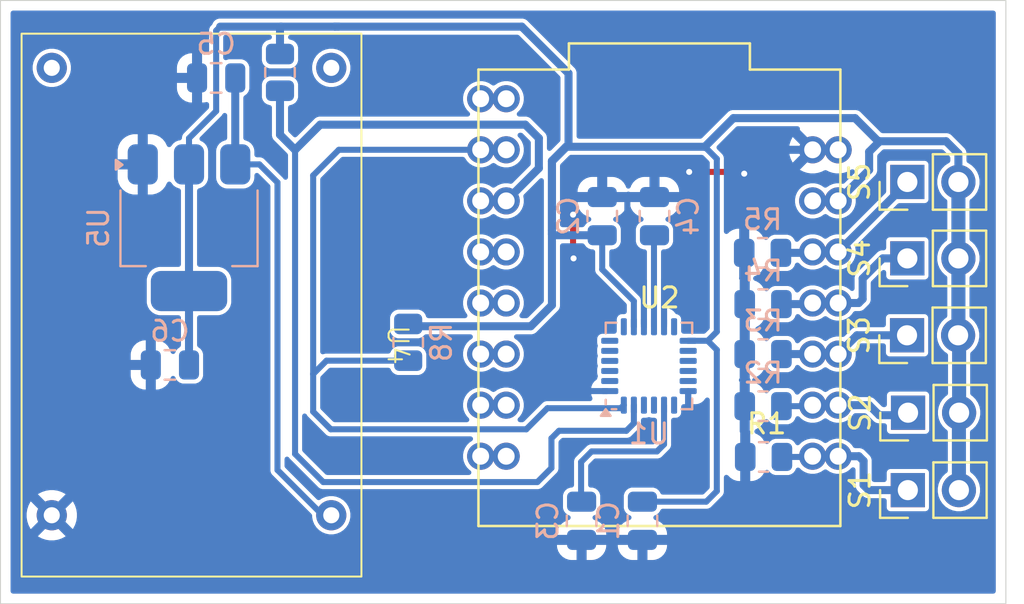
<source format=kicad_pcb>
(kicad_pcb (version 20241229) (generator "pcbnew") (generator_version "9.0")
  (layers (0 "F.Cu" signal) (2 "B.Cu" signal) (13 "F.Paste" user) (15 "B.Paste" user) (5 "F.SilkS" user "F.Silkscreen") (7 "B.SilkS" user "B.Silkscreen") (1 "F.Mask" user) (3 "B.Mask" user) (25 "Edge.Cuts" user))
  (net 0 "")
  (net 1 "GND")
  (net 2 "+3.3V")
  (net 3 "/A0")
  (net 4 "/A1")
  (net 5 "/A2")
  (net 6 "/A3")
  (net 11 "/A4")
  (net 12 "Net-(U1-CPOUT)")
  (net 19 "Net-(U1-REGOUT)")
  (net 25 "/SDA")
  (net 26 "/SCL")
  (net 34 "Net-(U4-+OUT)")
  (footprint "Connector_PinHeader_2.54mm:PinHeader_1x02_P2.54mm_Vertical" (layer "F.Cu") (at 83.625 28.075 90)
    (property "Reference" "S5" (at 0 -2.38 90) (layer "F.SilkS"))
    (property "Value" "SF 5")
    (fp_line (start -1.38 -1.38) (end 0 -1.38) (stroke (width 0.12)) (layer "F.SilkS"))
    (fp_line (start -1.38 0) (end -1.38 -1.38) (stroke (width 0.12)) (layer "F.SilkS"))
    (fp_line (start 1.38 1.27) (end 1.38 3.92) (stroke (width 0.12)) (layer "F.SilkS"))
    (fp_line (start -1.38 1.27) (end 1.38 1.27) (stroke (width 0.12)) (layer "F.SilkS"))
    (fp_line (start -1.38 1.27) (end -1.38 3.92) (stroke (width 0.12)) (layer "F.SilkS"))
    (fp_line (start -1.38 3.92) (end 1.38 3.92) (stroke (width 0.12)) (layer "F.SilkS"))
    (pad "1" thru_hole rect (at 0 0 90) (size 1.7 1.7) (drill 1) (layers "*.Cu" "*.Mask") (net 11 "/A4"))
    (pad "2" thru_hole circle (at 0 2.54 90) (size 1.7 1.7) (drill 1) (layers "*.Cu" "*.Mask") (net 2 "+3.3V"))
  )
  (footprint "Connector_PinHeader_2.54mm:PinHeader_1x02_P2.54mm_Vertical" (layer "F.Cu") (at 83.65 43.4 90)
    (property "Reference" "S1" (at 0 -2.38 90) (layer "F.SilkS"))
    (property "Value" "SF 1")
    (fp_line (start -1.38 -1.38) (end 0 -1.38) (stroke (width 0.12)) (layer "F.SilkS"))
    (fp_line (start -1.38 0) (end -1.38 -1.38) (stroke (width 0.12)) (layer "F.SilkS"))
    (fp_line (start 1.38 1.27) (end 1.38 3.92) (stroke (width 0.12)) (layer "F.SilkS"))
    (fp_line (start -1.38 1.27) (end 1.38 1.27) (stroke (width 0.12)) (layer "F.SilkS"))
    (fp_line (start -1.38 1.27) (end -1.38 3.92) (stroke (width 0.12)) (layer "F.SilkS"))
    (fp_line (start -1.38 3.92) (end 1.38 3.92) (stroke (width 0.12)) (layer "F.SilkS"))
    (pad "1" thru_hole rect (at 0 0 90) (size 1.7 1.7) (drill 1) (layers "*.Cu" "*.Mask") (net 3 "/A0"))
    (pad "2" thru_hole circle (at 0 2.54 90) (size 1.7 1.7) (drill 1) (layers "*.Cu" "*.Mask") (net 2 "+3.3V"))
  )
  (footprint "Connector_PinHeader_2.54mm:PinHeader_1x02_P2.54mm_Vertical" (layer "F.Cu") (at 83.625 31.875 90)
    (property "Reference" "S4" (at 0 -2.38 90) (layer "F.SilkS"))
    (property "Value" "SF 4")
    (fp_line (start -1.38 -1.38) (end 0 -1.38) (stroke (width 0.12)) (layer "F.SilkS"))
    (fp_line (start -1.38 0) (end -1.38 -1.38) (stroke (width 0.12)) (layer "F.SilkS"))
    (fp_line (start 1.38 1.27) (end 1.38 3.92) (stroke (width 0.12)) (layer "F.SilkS"))
    (fp_line (start -1.38 1.27) (end 1.38 1.27) (stroke (width 0.12)) (layer "F.SilkS"))
    (fp_line (start -1.38 1.27) (end -1.38 3.92) (stroke (width 0.12)) (layer "F.SilkS"))
    (fp_line (start -1.38 3.92) (end 1.38 3.92) (stroke (width 0.12)) (layer "F.SilkS"))
    (pad "1" thru_hole rect (at 0 0 90) (size 1.7 1.7) (drill 1) (layers "*.Cu" "*.Mask") (net 6 "/A3"))
    (pad "2" thru_hole circle (at 0 2.54 90) (size 1.7 1.7) (drill 1) (layers "*.Cu" "*.Mask") (net 2 "+3.3V"))
  )
  (footprint "Connector_PinHeader_2.54mm:PinHeader_1x02_P2.54mm_Vertical" (layer "F.Cu") (at 83.61 35.7 90)
    (property "Reference" "S3" (at 0 -2.38 90) (layer "F.SilkS"))
    (property "Value" "SF 3")
    (fp_line (start -1.38 -1.38) (end 0 -1.38) (stroke (width 0.12)) (layer "F.SilkS"))
    (fp_line (start -1.38 0) (end -1.38 -1.38) (stroke (width 0.12)) (layer "F.SilkS"))
    (fp_line (start 1.38 1.27) (end 1.38 3.92) (stroke (width 0.12)) (layer "F.SilkS"))
    (fp_line (start -1.38 1.27) (end 1.38 1.27) (stroke (width 0.12)) (layer "F.SilkS"))
    (fp_line (start -1.38 1.27) (end -1.38 3.92) (stroke (width 0.12)) (layer "F.SilkS"))
    (fp_line (start -1.38 3.92) (end 1.38 3.92) (stroke (width 0.12)) (layer "F.SilkS"))
    (pad "1" thru_hole rect (at 0 0 90) (size 1.7 1.7) (drill 1) (layers "*.Cu" "*.Mask") (net 5 "/A2"))
    (pad "2" thru_hole circle (at 0 2.54 90) (size 1.7 1.7) (drill 1) (layers "*.Cu" "*.Mask") (net 2 "+3.3V"))
  )
  (footprint "Connector_PinHeader_2.54mm:PinHeader_1x02_P2.54mm_Vertical" (layer "F.Cu") (at 83.66 39.55 90)
    (property "Reference" "S2" (at 0 -2.38 90) (layer "F.SilkS"))
    (property "Value" "SF 2")
    (fp_line (start -1.38 -1.38) (end 0 -1.38) (stroke (width 0.12)) (layer "F.SilkS"))
    (fp_line (start -1.38 0) (end -1.38 -1.38) (stroke (width 0.12)) (layer "F.SilkS"))
    (fp_line (start 1.38 1.27) (end 1.38 3.92) (stroke (width 0.12)) (layer "F.SilkS"))
    (fp_line (start -1.38 1.27) (end 1.38 1.27) (stroke (width 0.12)) (layer "F.SilkS"))
    (fp_line (start -1.38 1.27) (end -1.38 3.92) (stroke (width 0.12)) (layer "F.SilkS"))
    (fp_line (start -1.38 3.92) (end 1.38 3.92) (stroke (width 0.12)) (layer "F.SilkS"))
    (pad "1" thru_hole rect (at 0 0 90) (size 1.7 1.7) (drill 1) (layers "*.Cu" "*.Mask") (net 4 "/A1"))
    (pad "2" thru_hole circle (at 0 2.54 90) (size 1.7 1.7) (drill 1) (layers "*.Cu" "*.Mask") (net 2 "+3.3V"))
  )
  (footprint "esp32-huella:MODULE_ESP32-C3_SUPERMINI_TH" (layer "F.Cu") (at 71.295 33.835)
    (property "Reference" "U2" (at 0 0 0) (layer "F.SilkS"))
    (property "Value" "ESP32-C3_SUPERMINI_TH")
    (fp_line (start -9 11.35) (end -9 -11.35) (stroke (width 0.127)) (layer "F.SilkS"))
    (fp_line (start -4.5 -12.65) (end -4.5 -11.35) (stroke (width 0.127)) (layer "F.SilkS"))
    (fp_line (start -4.5 -11.35) (end -9 -11.35) (stroke (width 0.127)) (layer "F.SilkS"))
    (fp_line (start 4.5 -12.65) (end -4.5 -12.65) (stroke (width 0.127)) (layer "F.SilkS"))
    (fp_line (start 4.5 -12.65) (end 4.5 -11.35) (stroke (width 0.127)) (layer "F.SilkS"))
    (fp_line (start 9 -11.35) (end 4.5 -11.35) (stroke (width 0.127)) (layer "F.SilkS"))
    (fp_line (start 9 11.35) (end -9 11.35) (stroke (width 0.127)) (layer "F.SilkS"))
    (fp_line (start 9 11.35) (end 9 -11.35) (stroke (width 0.127)) (layer "F.SilkS"))
    (pad "0" thru_hole circle (at 7.62 7.88) (size 1.348 1.348) (drill 0.84) (layers "*.Cu" "*.Mask") (net 3 "/A0"))
    (pad "0" thru_hole circle (at 8.89 7.88) (size 1.348 1.348) (drill 0.84) (layers "*.Cu" "*.Mask") (net 3 "/A0"))
    (pad "1" thru_hole circle (at 7.62 5.34) (size 1.348 1.348) (drill 0.84) (layers "*.Cu" "*.Mask") (net 4 "/A1"))
    (pad "1" thru_hole circle (at 8.89 5.34) (size 1.348 1.348) (drill 0.84) (layers "*.Cu" "*.Mask") (net 4 "/A1"))
    (pad "2" thru_hole circle (at 7.62 2.8) (size 1.348 1.348) (drill 0.84) (layers "*.Cu" "*.Mask") (net 5 "/A2"))
    (pad "2" thru_hole circle (at 8.89 2.8) (size 1.348 1.348) (drill 0.84) (layers "*.Cu" "*.Mask") (net 5 "/A2"))
    (pad "3" thru_hole circle (at 7.62 0.26) (size 1.348 1.348) (drill 0.84) (layers "*.Cu" "*.Mask") (net 6 "/A3"))
    (pad "3" thru_hole circle (at 8.89 0.26) (size 1.348 1.348) (drill 0.84) (layers "*.Cu" "*.Mask") (net 6 "/A3"))
    (pad "3.3" thru_hole circle (at 7.62 -4.82) (size 1.348 1.348) (drill 0.84) (layers "*.Cu" "*.Mask") (net 2 "+3.3V"))
    (pad "3.3" thru_hole circle (at 8.89 -4.82) (size 1.348 1.348) (drill 0.84) (layers "*.Cu" "*.Mask") (net 2 "+3.3V"))
    (pad "4" thru_hole circle (at 7.62 -2.28) (size 1.348 1.348) (drill 0.84) (layers "*.Cu" "*.Mask") (net 11 "/A4"))
    (pad "4" thru_hole circle (at 8.89 -2.28) (size 1.348 1.348) (drill 0.84) (layers "*.Cu" "*.Mask") (net 11 "/A4"))
    (pad "5" thru_hole circle (at -8.89 -9.9) (size 1.348 1.348) (drill 0.84) (layers "*.Cu" "*.Mask"))
    (pad "5" thru_hole circle (at -7.62 -9.9) (size 1.348 1.348) (drill 0.84) (layers "*.Cu" "*.Mask"))
    (pad "6" thru_hole circle (at -8.89 -7.36) (size 1.348 1.348) (drill 0.84) (layers "*.Cu" "*.Mask") (net 25 "/SDA"))
    (pad "6" thru_hole circle (at -7.62 -7.36) (size 1.348 1.348) (drill 0.84) (layers "*.Cu" "*.Mask") (net 25 "/SDA"))
    (pad "7" thru_hole circle (at -8.89 -4.82) (size 1.348 1.348) (drill 0.84) (layers "*.Cu" "*.Mask") (net 26 "/SCL"))
    (pad "7" thru_hole circle (at -7.62 -4.82) (size 1.348 1.348) (drill 0.84) (layers "*.Cu" "*.Mask") (net 26 "/SCL"))
    (pad "8" thru_hole circle (at -8.89 -2.28) (size 1.348 1.348) (drill 0.84) (layers "*.Cu" "*.Mask"))
    (pad "8" thru_hole circle (at -7.62 -2.28) (size 1.348 1.348) (drill 0.84) (layers "*.Cu" "*.Mask"))
    (pad "9" thru_hole circle (at -8.89 0.26) (size 1.348 1.348) (drill 0.84) (layers "*.Cu" "*.Mask"))
    (pad "9" thru_hole circle (at -7.62 0.26) (size 1.348 1.348) (drill 0.84) (layers "*.Cu" "*.Mask"))
    (pad "10" thru_hole circle (at -8.89 2.8) (size 1.348 1.348) (drill 0.84) (layers "*.Cu" "*.Mask"))
    (pad "10" thru_hole circle (at -7.62 2.8) (size 1.348 1.348) (drill 0.84) (layers "*.Cu" "*.Mask"))
    (pad "20" thru_hole circle (at -8.89 5.34) (size 1.348 1.348) (drill 0.84) (layers "*.Cu" "*.Mask"))
    (pad "20" thru_hole circle (at -7.62 5.34) (size 1.348 1.348) (drill 0.84) (layers "*.Cu" "*.Mask"))
    (pad "21" thru_hole circle (at -8.89 7.88) (size 1.348 1.348) (drill 0.84) (layers "*.Cu" "*.Mask"))
    (pad "21" thru_hole circle (at -7.62 7.88) (size 1.348 1.348) (drill 0.84) (layers "*.Cu" "*.Mask"))
    (pad "G" thru_hole circle (at 7.62 -7.36) (size 1.348 1.348) (drill 0.84) (layers "*.Cu" "*.Mask") (net 1 "GND"))
    (pad "G" thru_hole circle (at 8.89 -7.36) (size 1.348 1.348) (drill 0.84) (layers "*.Cu" "*.Mask") (net 1 "GND"))
  )
  (footprint "Footprint KiCad:TP4056_NEW" (layer "F.Cu") (at 57.125 19.8 -90)
    (property "Reference" "U4" (at 16.38 -1.1575 270) (layer "F.SilkS") (effects (font (thickness 0.1))))
    (property "Value" "~" (hide yes))
    (fp_rect (start 0.9 0.65) (end 27.9 17.55) (stroke (width 0.1)) (fill no) (layer "F.SilkS"))
    (pad "1" thru_hole circle (at 2.6 2.15 180) (size 1.5 1.5) (drill 0.8) (layers "*.Cu" "*.Mask"))
    (pad "2" thru_hole circle (at 2.6 16.05 180) (size 1.5 1.5) (drill 0.8) (layers "*.Cu" "*.Mask"))
    (pad "3" thru_hole circle (at 24.85 2.15 180) (size 1.5 1.5) (drill 0.8) (layers "*.Cu" "*.Mask") (net 34 "Net-(U4-+OUT)"))
    (pad "4" thru_hole circle (at 24.85 16.05 180) (size 1.5 1.5) (drill 0.8) (layers "*.Cu" "*.Mask") (net 1 "GND"))
  )
  (footprint "Resistor_SMD:R_0805_2012Metric" (layer "B.Cu") (at 76.475 41.75 180)
    (property "Reference" "R1" (at -0.1562 1.65 0) (layer "F.SilkS"))
    (property "Value" "10k")
    (fp_line (start -0.227064 0.735) (end 0.227064 0.735) (stroke (width 0.12)) (layer "B.SilkS"))
    (fp_line (start -0.227064 -0.735) (end 0.227064 -0.735) (stroke (width 0.12)) (layer "B.SilkS"))
    (pad "1" smd roundrect (at -0.9125 0 180) (size 1.025 1.4) (layers "B.Cu" "B.Mask" "B.Paste") (roundrect_rratio 0.243902) (net 3 "/A0"))
    (pad "2" smd roundrect (at 0.9125 0 180) (size 1.025 1.4) (layers "B.Cu" "B.Mask" "B.Paste") (roundrect_rratio 0.243902) (net 1 "GND"))
  )
  (footprint "Resistor_SMD:R_0805_2012Metric" (layer "B.Cu") (at 58.8 36.05 90)
    (property "Reference" "R8" (at 0 1.65 90) (layer "B.SilkS") (effects (justify mirror)))
    (property "Value" "4k7")
    (fp_line (start -0.227064 -0.735) (end 0.227064 -0.735) (stroke (width 0.12)) (layer "B.SilkS"))
    (fp_line (start -0.227064 0.735) (end 0.227064 0.735) (stroke (width 0.12)) (layer "B.SilkS"))
    (pad "1" smd roundrect (at -0.9125 0 90) (size 1.025 1.4) (layers "B.Cu" "B.Mask" "B.Paste") (roundrect_rratio 0.243902) (net 25 "/SDA"))
    (pad "2" smd roundrect (at 0.9125 0 90) (size 1.025 1.4) (layers "B.Cu" "B.Mask" "B.Paste") (roundrect_rratio 0.243902) (net 2 "+3.3V"))
  )
  (footprint "Resistor_SMD:R_0805_2012Metric" (layer "B.Cu") (at 76.45 34.15 180)
    (property "Reference" "R4" (at 0 1.65 0) (layer "B.SilkS") (effects (justify mirror)))
    (property "Value" "10k")
    (fp_line (start -0.227064 0.735) (end 0.227064 0.735) (stroke (width 0.12)) (layer "B.SilkS"))
    (fp_line (start -0.227064 -0.735) (end 0.227064 -0.735) (stroke (width 0.12)) (layer "B.SilkS"))
    (pad "1" smd roundrect (at -0.9125 0 180) (size 1.025 1.4) (layers "B.Cu" "B.Mask" "B.Paste") (roundrect_rratio 0.243902) (net 6 "/A3"))
    (pad "2" smd roundrect (at 0.9125 0 180) (size 1.025 1.4) (layers "B.Cu" "B.Mask" "B.Paste") (roundrect_rratio 0.243902) (net 1 "GND"))
  )
  (footprint "Capacitor_SMD:C_0805_2012Metric" (layer "B.Cu") (at 49.25 22.9 180)
    (property "Reference" "C5" (at 0 1.68 0) (layer "B.SilkS") (effects (justify mirror)))
    (property "Value" "100nF")
    (fp_line (start -0.261252 0.735) (end 0.261252 0.735) (stroke (width 0.12)) (layer "B.SilkS"))
    (fp_line (start -0.261252 -0.735) (end 0.261252 -0.735) (stroke (width 0.12)) (layer "B.SilkS"))
    (pad "1" smd roundrect (at -0.95 0 180) (size 1 1.45) (layers "B.Cu" "B.Mask" "B.Paste") (net 34 "Net-(U4-+OUT)"))
    (pad "2" smd roundrect (at 0.95 0 180) (size 1 1.45) (layers "B.Cu" "B.Mask" "B.Paste") (net 1 "GND"))
  )
  (footprint "Capacitor_SMD:C_0805_2012Metric" (layer "B.Cu") (at 70.45 44.925 -90)
    (property "Reference" "C1" (at 0 1.68 90) (layer "B.SilkS") (effects (justify mirror)))
    (property "Value" "100 nF")
    (fp_line (start -0.261252 0.735) (end 0.261252 0.735) (stroke (width 0.12)) (layer "B.SilkS"))
    (fp_line (start -0.261252 -0.735) (end 0.261252 -0.735) (stroke (width 0.12)) (layer "B.SilkS"))
    (pad "1" smd roundrect (at -0.95 0 270) (size 1 1.45) (layers "B.Cu" "B.Mask" "B.Paste") (net 2 "+3.3V"))
    (pad "2" smd roundrect (at 0.95 0 270) (size 1 1.45) (layers "B.Cu" "B.Mask" "B.Paste") (net 1 "GND"))
  )
  (footprint "Capacitor_SMD:C_0805_2012Metric" (layer "B.Cu") (at 67.425 44.925 -90)
    (property "Reference" "C3" (at 0 1.68 90) (layer "B.SilkS") (effects (justify mirror)))
    (property "Value" "2.2 nF")
    (fp_line (start -0.261252 0.735) (end 0.261252 0.735) (stroke (width 0.12)) (layer "B.SilkS"))
    (fp_line (start -0.261252 -0.735) (end 0.261252 -0.735) (stroke (width 0.12)) (layer "B.SilkS"))
    (pad "1" smd roundrect (at -0.95 0 270) (size 1 1.45) (layers "B.Cu" "B.Mask" "B.Paste") (net 12 "Net-(U1-CPOUT)"))
    (pad "2" smd roundrect (at 0.95 0 270) (size 1 1.45) (layers "B.Cu" "B.Mask" "B.Paste") (net 1 "GND"))
  )
  (footprint "Resistor_SMD:R_0805_2012Metric" (layer "B.Cu") (at 52.425 22.625 90)
    (property "Reference" "R9" (hide yes))
    (property "Value" "4k7")
    (fp_line (start -0.227064 -0.735) (end 0.227064 -0.735) (stroke (width 0.12)) (layer "B.SilkS"))
    (fp_line (start -0.227064 0.735) (end 0.227064 0.735) (stroke (width 0.12)) (layer "B.SilkS"))
    (pad "1" smd roundrect (at -0.9125 0 90) (size 1.025 1.4) (layers "B.Cu" "B.Mask" "B.Paste") (roundrect_rratio 0.243902) (net 26 "/SCL"))
    (pad "2" smd roundrect (at 0.9125 0 90) (size 1.025 1.4) (layers "B.Cu" "B.Mask" "B.Paste") (roundrect_rratio 0.243902) (net 2 "+3.3V"))
  )
  (footprint "Package_TO_SOT_SMD:SOT-223-3_TabPin2" (layer "B.Cu") (at 47.9 30.35 -90)
    (property "Reference" "U5" (at 0 4.5 90) (layer "B.SilkS") (effects (justify mirror)))
    (property "Value" "LD33A")
    (fp_line (start -1.85 3.41) (end 1.91 3.41) (stroke (width 0.12)) (layer "B.SilkS"))
    (fp_line (start 1.91 3.41) (end 1.91 2.15) (stroke (width 0.12)) (layer "B.SilkS"))
    (fp_line (start -1.85 -3.41) (end 1.91 -3.41) (stroke (width 0.12)) (layer "B.SilkS"))
    (fp_line (start 1.91 -3.41) (end 1.91 -2.15) (stroke (width 0.12)) (layer "B.SilkS"))
    (fp_poly (pts (xy -3.13 3.31) (xy -3.37 3.64) (xy -2.89 3.64) (xy -3.13 3.31)) (stroke (width 0.12)) (fill yes) (layer "B.SilkS"))
    (pad "1" smd roundrect (at -3.15 2.3 270) (size 2 1.5) (layers "B.Cu" "B.Mask" "B.Paste") (net 1 "GND"))
    (pad "2" smd roundrect (at -3.15 0 270) (size 2 1.5) (layers "B.Cu" "B.Mask" "B.Paste") (net 2 "+3.3V"))
    (pad "2" smd roundrect (at 3.15 0 270) (size 2 3.8) (layers "B.Cu" "B.Mask" "B.Paste") (net 2 "+3.3V"))
    (pad "3" smd roundrect (at -3.15 -2.3 270) (size 2 1.5) (layers "B.Cu" "B.Mask" "B.Paste") (net 34 "Net-(U4-+OUT)"))
  )
  (footprint "Capacitor_SMD:C_0805_2012Metric" (layer "B.Cu") (at 68.45 29.775 -90)
    (property "Reference" "C2" (at 0 1.68 90) (layer "B.SilkS") (effects (justify mirror)))
    (property "Value" "10 nF")
    (fp_line (start -0.261252 0.735) (end 0.261252 0.735) (stroke (width 0.12)) (layer "B.SilkS"))
    (fp_line (start -0.261252 -0.735) (end 0.261252 -0.735) (stroke (width 0.12)) (layer "B.SilkS"))
    (pad "1" smd roundrect (at -0.95 0 270) (size 1 1.45) (layers "B.Cu" "B.Mask" "B.Paste") (net 1 "GND"))
    (pad "2" smd roundrect (at 0.95 0 270) (size 1 1.45) (layers "B.Cu" "B.Mask" "B.Paste") (net 2 "+3.3V"))
  )
  (footprint "Sensor_Motion:InvenSense_QFN-24_4x4mm_P0.5mm" (layer "B.Cu") (at 70.775 37.225)
    (property "Reference" "U1" (at 0 3.375 0) (layer "B.SilkS") (effects (justify mirror)))
    (property "Value" "MPU-6050")
    (fp_line (start -2.15 -2.15) (end -2.15 -1.625) (stroke (width 0.12)) (layer "B.SilkS"))
    (fp_line (start -2.15 -2.15) (end -1.625 -2.15) (stroke (width 0.12)) (layer "B.SilkS"))
    (fp_line (start -2.15 1.685) (end -2.15 1.91) (stroke (width 0.12)) (layer "B.SilkS"))
    (fp_line (start -1.625 2.15) (end -1.85 2.15) (stroke (width 0.12)) (layer "B.SilkS"))
    (fp_line (start 2.15 -2.15) (end 1.625 -2.15) (stroke (width 0.12)) (layer "B.SilkS"))
    (fp_line (start 2.15 -2.15) (end 2.15 -1.625) (stroke (width 0.12)) (layer "B.SilkS"))
    (fp_line (start 2.15 2.15) (end 1.625 2.15) (stroke (width 0.12)) (layer "B.SilkS"))
    (fp_line (start 2.15 2.15) (end 2.15 1.625) (stroke (width 0.12)) (layer "B.SilkS"))
    (fp_poly (pts (xy -2.15 2.15) (xy -2.39 2.48) (xy -1.91 2.48) (xy -2.15 2.15)) (stroke (width 0.12)) (fill yes) (layer "B.SilkS"))
    (pad "1" smd roundrect (at -1.95 1.25) (size 0.85 0.3) (layers "B.Cu" "B.Mask" "B.Paste") (net 1 "GND"))
    (pad "2" smd roundrect (at -1.95 0.75) (size 0.85 0.3) (layers "B.Cu" "B.Mask" "B.Paste"))
    (pad "3" smd roundrect (at -1.95 0.25) (size 0.85 0.3) (layers "B.Cu" "B.Mask" "B.Paste"))
    (pad "4" smd roundrect (at -1.95 -0.25) (size 0.85 0.3) (layers "B.Cu" "B.Mask" "B.Paste"))
    (pad "5" smd roundrect (at -1.95 -0.75) (size 0.85 0.3) (layers "B.Cu" "B.Mask" "B.Paste"))
    (pad "6" smd roundrect (at -1.95 -1.25) (size 0.85 0.3) (layers "B.Cu" "B.Mask" "B.Paste"))
    (pad "7" smd roundrect (at -1.25 -1.95 270) (size 0.85 0.3) (layers "B.Cu" "B.Mask" "B.Paste"))
    (pad "8" smd roundrect (at -0.75 -1.95 270) (size 0.85 0.3) (layers "B.Cu" "B.Mask" "B.Paste") (net 2 "+3.3V"))
    (pad "9" smd roundrect (at -0.25 -1.95 270) (size 0.85 0.3) (layers "B.Cu" "B.Mask" "B.Paste") (net 1 "GND"))
    (pad "10" smd roundrect (at 0.25 -1.95 270) (size 0.85 0.3) (layers "B.Cu" "B.Mask" "B.Paste") (net 19 "Net-(U1-REGOUT)"))
    (pad "11" smd roundrect (at 0.75 -1.95 270) (size 0.85 0.3) (layers "B.Cu" "B.Mask" "B.Paste") (net 1 "GND"))
    (pad "12" smd roundrect (at 1.25 -1.95 270) (size 0.85 0.3) (layers "B.Cu" "B.Mask" "B.Paste"))
    (pad "13" smd roundrect (at 1.95 -1.25) (size 0.85 0.3) (layers "B.Cu" "B.Mask" "B.Paste") (net 2 "+3.3V"))
    (pad "14" smd roundrect (at 1.95 -0.75) (size 0.85 0.3) (layers "B.Cu" "B.Mask" "B.Paste"))
    (pad "15" smd roundrect (at 1.95 -0.25) (size 0.85 0.3) (layers "B.Cu" "B.Mask" "B.Paste"))
    (pad "16" smd roundrect (at 1.95 0.25) (size 0.85 0.3) (layers "B.Cu" "B.Mask" "B.Paste"))
    (pad "17" smd roundrect (at 1.95 0.75) (size 0.85 0.3) (layers "B.Cu" "B.Mask" "B.Paste"))
    (pad "18" smd roundrect (at 1.95 1.25) (size 0.85 0.3) (layers "B.Cu" "B.Mask" "B.Paste") (net 1 "GND"))
    (pad "19" smd roundrect (at 1.25 1.95 270) (size 0.85 0.3) (layers "B.Cu" "B.Mask" "B.Paste"))
    (pad "20" smd roundrect (at 0.75 1.95 270) (size 0.85 0.3) (layers "B.Cu" "B.Mask" "B.Paste") (net 12 "Net-(U1-CPOUT)"))
    (pad "21" smd roundrect (at 0.25 1.95 270) (size 0.85 0.3) (layers "B.Cu" "B.Mask" "B.Paste"))
    (pad "22" smd roundrect (at -0.25 1.95 270) (size 0.85 0.3) (layers "B.Cu" "B.Mask" "B.Paste"))
    (pad "23" smd roundrect (at -0.75 1.95 270) (size 0.85 0.3) (layers "B.Cu" "B.Mask" "B.Paste") (net 26 "/SCL"))
    (pad "24" smd roundrect (at -1.25 1.95 270) (size 0.85 0.3) (layers "B.Cu" "B.Mask" "B.Paste") (net 25 "/SDA"))
    (zone (net 0) (net_name "") (layer "B.Cu") (connect_pads (clearance 0)) (min_thickness 0.254)
      (keepout (tracks not_allowed) (vias not_allowed) (pads not_allowed) (copperpour not_allowed) (footprints allowed))
      (fill (thermal_gap 0.508) (thermal_bridge_width 0.508))
      (polygon (pts (xy 69.4 38.55) (xy 72.15 38.55) (xy 72.15 35.9) (xy 69.4 35.9)))
    )
  )
  (footprint "Capacitor_SMD:C_0805_2012Metric" (layer "B.Cu") (at 46.95 37.175 180)
    (property "Reference" "C6" (at 0 1.68 0) (layer "B.SilkS") (effects (justify mirror)))
    (property "Value" "10uF")
    (fp_line (start -0.261252 0.735) (end 0.261252 0.735) (stroke (width 0.12)) (layer "B.SilkS"))
    (fp_line (start -0.261252 -0.735) (end 0.261252 -0.735) (stroke (width 0.12)) (layer "B.SilkS"))
    (pad "1" smd roundrect (at -0.95 0 180) (size 1 1.45) (layers "B.Cu" "B.Mask" "B.Paste") (net 2 "+3.3V"))
    (pad "2" smd roundrect (at 0.95 0 180) (size 1 1.45) (layers "B.Cu" "B.Mask" "B.Paste") (net 1 "GND"))
  )
  (footprint "Capacitor_SMD:C_0805_2012Metric" (layer "B.Cu") (at 71.05 29.775 90)
    (property "Reference" "C4" (at 0 1.68 90) (layer "B.SilkS") (effects (justify mirror)))
    (property "Value" "100 nF")
    (fp_line (start -0.261252 -0.735) (end 0.261252 -0.735) (stroke (width 0.12)) (layer "B.SilkS"))
    (fp_line (start -0.261252 0.735) (end 0.261252 0.735) (stroke (width 0.12)) (layer "B.SilkS"))
    (pad "1" smd roundrect (at -0.95 0 90) (size 1 1.45) (layers "B.Cu" "B.Mask" "B.Paste") (net 19 "Net-(U1-REGOUT)"))
    (pad "2" smd roundrect (at 0.95 0 90) (size 1 1.45) (layers "B.Cu" "B.Mask" "B.Paste") (net 1 "GND"))
  )
  (footprint "Resistor_SMD:R_0805_2012Metric" (layer "B.Cu") (at 76.425 31.6 180)
    (property "Reference" "R5" (at 0 1.65 0) (layer "B.SilkS") (effects (justify mirror)))
    (property "Value" "10k")
    (fp_line (start -0.227064 0.735) (end 0.227064 0.735) (stroke (width 0.12)) (layer "B.SilkS"))
    (fp_line (start -0.227064 -0.735) (end 0.227064 -0.735) (stroke (width 0.12)) (layer "B.SilkS"))
    (pad "1" smd roundrect (at -0.9125 0 180) (size 1.025 1.4) (layers "B.Cu" "B.Mask" "B.Paste") (roundrect_rratio 0.243902) (net 11 "/A4"))
    (pad "2" smd roundrect (at 0.9125 0 180) (size 1.025 1.4) (layers "B.Cu" "B.Mask" "B.Paste") (roundrect_rratio 0.243902) (net 1 "GND"))
  )
  (footprint "Resistor_SMD:R_0805_2012Metric" (layer "B.Cu") (at 76.45 39.225 180)
    (property "Reference" "R2" (at 0 1.65 0) (layer "B.SilkS") (effects (justify mirror)))
    (property "Value" "10k")
    (fp_line (start -0.227064 0.735) (end 0.227064 0.735) (stroke (width 0.12)) (layer "B.SilkS"))
    (fp_line (start -0.227064 -0.735) (end 0.227064 -0.735) (stroke (width 0.12)) (layer "B.SilkS"))
    (pad "1" smd roundrect (at -0.9125 0 180) (size 1.025 1.4) (layers "B.Cu" "B.Mask" "B.Paste") (roundrect_rratio 0.243902) (net 4 "/A1"))
    (pad "2" smd roundrect (at 0.9125 0 180) (size 1.025 1.4) (layers "B.Cu" "B.Mask" "B.Paste") (roundrect_rratio 0.243902) (net 1 "GND"))
  )
  (footprint "Resistor_SMD:R_0805_2012Metric" (layer "B.Cu") (at 76.45 36.635 180)
    (property "Reference" "R3" (at 0 1.65 0) (layer "B.SilkS") (effects (justify mirror)))
    (property "Value" "10k")
    (fp_line (start -0.227064 0.735) (end 0.227064 0.735) (stroke (width 0.12)) (layer "B.SilkS"))
    (fp_line (start -0.227064 -0.735) (end 0.227064 -0.735) (stroke (width 0.12)) (layer "B.SilkS"))
    (pad "1" smd roundrect (at -0.9125 0 180) (size 1.025 1.4) (layers "B.Cu" "B.Mask" "B.Paste") (roundrect_rratio 0.243902) (net 5 "/A2"))
    (pad "2" smd roundrect (at 0.9125 0 180) (size 1.025 1.4) (layers "B.Cu" "B.Mask" "B.Paste") (roundrect_rratio 0.243902) (net 1 "GND"))
  )
  (gr_rect (start 38.525 19.05) (end 88.525 49.05) (stroke (width 0.05)) (fill no) (layer "Edge.Cuts"))
  (segment (start 72.775 27.575) (end 75.425 27.575) (width 0.3) (layer "F.Cu") (net 1))
  (segment (start 67 29.7) (end 67 31.85) (width 0.3) (layer "F.Cu") (net 1))
  (segment (start 67 31.85) (end 67.025 31.875) (width 0.3) (layer "F.Cu") (net 1))
  (segment (start 75.425 27.575) (end 75.5125 27.6625) (width 0.3) (layer "F.Cu") (net 1))
  (via (at 75.5125 27.6625) (size 0.6) (drill 0.3) (layers "F.Cu" "B.Cu") (net 1))
  (via (at 67 29.7) (size 0.6) (drill 0.3) (layers "F.Cu" "B.Cu") (net 1))
  (via (at 67.025 31.875) (size 0.6) (drill 0.3) (layers "F.Cu" "B.Cu") (net 1))
  (via (at 72.775 27.575) (size 0.6) (drill 0.3) (layers "F.Cu" "B.Cu") (net 1))
  (segment (start 75.5375 36.635) (end 75.5375 39.225) (width 0.4) (layer "B.Cu") (net 1))
  (segment (start 68.875 43.2) (end 69.65 42.425) (width 0.3) (layer "B.Cu") (net 1))
  (segment (start 45.6 23.625) (end 46.325 22.9) (width 0.4) (layer "B.Cu") (net 1))
  (segment (start 45.6 27.8) (end 45.475 27.925) (width 0.3) (layer "B.Cu") (net 1))
  (segment (start 46.325 22.9) (end 48.3 22.9) (width 0.4) (layer "B.Cu") (net 1))
  (segment (start 69.65 42.425) (end 72.225 42.425) (width 0.3) (layer "B.Cu") (net 1))
  (segment (start 68.875 45.65) (end 68.875 43.2) (width 0.3) (layer "B.Cu") (net 1))
  (segment (start 72.45 32.025) (end 71.525 32.95) (width 0.3) (layer "B.Cu") (net 1))
  (segment (start 69.7 28.775) (end 69.83 28.775) (width 0.3) (layer "B.Cu") (net 1))
  (segment (start 72.45 29.105) (end 72.45 32.025) (width 0.3) (layer "B.Cu") (net 1))
  (segment (start 75.5375 34.15) (end 75.5375 36.635) (width 0.4) (layer "B.Cu") (net 1))
  (segment (start 68.55 28.775) (end 69.65 28.775) (width 0.3) (layer "B.Cu") (net 1))
  (segment (start 75.5125 31.6) (end 75.5125 34.125) (width 0.4) (layer "B.Cu") (net 1))
  (segment (start 75.3 42.0125) (end 75.5625 41.75) (width 0.4) (layer "B.Cu") (net 1))
  (segment (start 45.6 27.2) (end 45.6 27.8) (width 0.3) (layer "B.Cu") (net 1))
  (segment (start 72.725 41.925) (end 72.725 38.475) (width 0.3) (layer "B.Cu") (net 1))
  (segment (start 75.5375 39.225) (end 75.5375 41.725) (width 0.4) (layer "B.Cu") (net 1))
  (segment (start 75.5375 41.725) (end 75.5625 41.75) (width 0.4) (layer "B.Cu") (net 1))
  (segment (start 69.65 28.775) (end 69.7 28.775) (width 0.3) (layer "B.Cu") (net 1))
  (segment (start 75.5125 34.125) (end 75.5375 34.15) (width 0.4) (layer "B.Cu") (net 1))
  (segment (start 70.525 33) (end 69.7 32.175) (width 0.3) (layer "B.Cu") (net 1))
  (segment (start 71.525 32.95) (end 71.525 35.275) (width 0.3) (layer "B.Cu") (net 1))
  (segment (start 75.5125 27.6625) (end 76.7 26.475) (width 0.4) (layer "B.Cu") (net 1))
  (segment (start 76.7 26.475) (end 78.915 26.475) (width 0.4) (layer "B.Cu") (net 1))
  (segment (start 70.525 35.275) (end 70.525 33) (width 0.3) (layer "B.Cu") (net 1))
  (segment (start 45.6 27.2) (end 45.6 23.625) (width 0.4) (layer "B.Cu") (net 1))
  (segment (start 72.12 28.775) (end 72.45 29.105) (width 0.3) (layer "B.Cu") (net 1))
  (segment (start 72.225 42.425) (end 72.725 41.925) (width 0.3) (layer "B.Cu") (net 1))
  (segment (start 67.425 45.875) (end 70.45 45.875) (width 0.4) (layer "B.Cu") (net 1))
  (segment (start 75.5125 31.6) (end 75.5125 27.6625) (width 0.4) (layer "B.Cu") (net 1))
  (segment (start 69.7 32.175) (end 69.7 28.775) (width 0.3) (layer "B.Cu") (net 1))
  (segment (start 69.83 28.775) (end 72.12 28.775) (width 0.3) (layer "B.Cu") (net 1))
  (segment (start 86.19 39.56) (end 86.2 39.55) (width 0.7) (layer "B.Cu") (net 2))
  (segment (start 74.15 26.925) (end 73.55 26.325) (width 0.3) (layer "B.Cu") (net 2))
  (segment (start 86.165 31.875) (end 86.165 35.7) (width 0.7) (layer "B.Cu") (net 2))
  (segment (start 74.15 43.45) (end 74.15 36.425) (width 0.3) (layer "B.Cu") (net 2))
  (segment (start 47.9 33.5) (end 47.9 37.175) (width 0.4) (layer "B.Cu") (net 2))
  (segment (start 52.425 21.7125) (end 52.425 20.4) (width 0.4) (layer "B.Cu") (net 2))
  (segment (start 58.9125 35.25) (end 58.8 35.1375) (width 0.4) (layer "B.Cu") (net 2))
  (segment (start 74.15 35.523) (end 73.699 35.974) (width 0.3) (layer "B.Cu") (net 2))
  (segment (start 65.95 27.025) (end 65.95 30.475) (width 0.4) (layer "B.Cu") (net 2))
  (segment (start 52.475 20.35) (end 55.15 20.35) (width 0.4) (layer "B.Cu") (net 2))
  (segment (start 66.775 26.225) (end 65.95 27.05) (width 0.4) (layer "B.Cu") (net 2))
  (segment (start 65.95 34.2) (end 64.9 35.25) (width 0.4) (layer "B.Cu") (net 2))
  (segment (start 74.15 36.425) (end 73.699 35.974) (width 0.3) (layer "B.Cu") (net 2))
  (segment (start 66.2 30.725) (end 68.45 30.725) (width 0.4) (layer "B.Cu") (net 2))
  (segment (start 66.775 22.675) (end 66.775 26.225) (width 0.4) (layer "B.Cu") (net 2))
  (segment (start 64.9 35.25) (end 58.9125 35.25) (width 0.4) (layer "B.Cu") (net 2))
  (segment (start 86.165 26.665) (end 86.165 28.075) (width 0.4) (layer "B.Cu") (net 2))
  (segment (start 85.55 26.05) (end 86.165 26.665) (width 0.4) (layer "B.Cu") (net 2))
  (segment (start 73.625 43.975) (end 74.15 43.45) (width 0.3) (layer "B.Cu") (net 2))
  (segment (start 55.35 20.35) (end 64.45 20.35) (width 0.3) (layer "B.Cu") (net 2))
  (segment (start 86.2 35.735) (end 86.165 35.7) (width 0.7) (layer "B.Cu") (net 2))
  (segment (start 73.55 26.325) (end 66.65 26.325) (width 0.4) (layer "B.Cu") (net 2))
  (segment (start 49.25 24.55) (end 47.9 25.9) (width 0.3) (layer "B.Cu") (net 2))
  (segment (start 49.25 20.55) (end 49.25 24.55) (width 0.3) (layer "B.Cu") (net 2))
  (segment (start 49.45 20.35) (end 52.475 20.35) (width 0.4) (layer "B.Cu") (net 2))
  (segment (start 47.9 25.9) (end 47.9 27.2) (width 0.3) (layer "B.Cu") (net 2))
  (segment (start 73.55 26.325) (end 74.975 24.9) (width 0.4) (layer "B.Cu") (net 2))
  (segment (start 80.185 29.015) (end 81.725 27.475) (width 0.4) (layer "B.Cu") (net 2))
  (segment (start 68.45 32.425) (end 70.025 34) (width 0.3) (layer "B.Cu") (net 2))
  (segment (start 82.2 26.1) (end 82.25 26.05) (width 0.4) (layer "B.Cu") (net 2))
  (segment (start 74.975 24.9) (end 81.025 24.9) (width 0.4) (layer "B.Cu") (net 2))
  (segment (start 52.425 21.7125) (end 52.45 21.7375) (width 0.4) (layer "B.Cu") (net 2))
  (segment (start 86.19 43.4) (end 86.19 39.56) (width 0.7) (layer "B.Cu") (net 2))
  (segment (start 74.15 26.925) (end 74.15 35.523) (width 0.3) (layer "B.Cu") (net 2))
  (segment (start 70.45 43.975) (end 73.625 43.975) (width 0.3) (layer "B.Cu") (net 2))
  (segment (start 49.45 20.35) (end 49.25 20.55) (width 0.3) (layer "B.Cu") (net 2))
  (segment (start 64.45 20.35) (end 66.775 22.675) (width 0.4) (layer "B.Cu") (net 2))
  (segment (start 81.725 26.575) (end 82.2 26.1) (width 0.4) (layer "B.Cu") (net 2))
  (segment (start 68.45 30.725) (end 68.45 32.425) (width 0.3) (layer "B.Cu") (net 2))
  (segment (start 82.25 26.05) (end 85.55 26.05) (width 0.4) (layer "B.Cu") (net 2))
  (segment (start 82.2 26.075) (end 82.2 26.1) (width 0.4) (layer "B.Cu") (net 2))
  (segment (start 47.9 27.2) (end 47.9 33.5) (width 0.4) (layer "B.Cu") (net 2))
  (segment (start 52.425 20.4) (end 52.475 20.35) (width 0.4) (layer "B.Cu") (net 2))
  (segment (start 86.2 39.55) (end 86.2 35.735) (width 0.7) (layer "B.Cu") (net 2))
  (segment (start 86.165 28.075) (end 86.165 31.875) (width 0.7) (layer "B.Cu") (net 2))
  (segment (start 55.15 20.35) (end 64.45 20.35) (width 0.4) (layer "B.Cu") (net 2))
  (segment (start 70.025 34) (end 70.025 35.275) (width 0.3) (layer "B.Cu") (net 2))
  (segment (start 55.15 20.35) (end 55.35 20.35) (width 0.4) (layer "B.Cu") (net 2))
  (segment (start 81.025 24.9) (end 82.2 26.075) (width 0.4) (layer "B.Cu") (net 2))
  (segment (start 65.95 30.675) (end 65.95 34.2) (width 0.4) (layer "B.Cu") (net 2))
  (segment (start 65.95 27.05) (end 65.95 30.675) (width 0.4) (layer "B.Cu") (net 2))
  (segment (start 66.775 22.675) (end 66.775 26.125) (width 0.3) (layer "B.Cu") (net 2))
  (segment (start 81.725 27.475) (end 81.725 26.575) (width 0.4) (layer "B.Cu") (net 2))
  (segment (start 65.95 30.675) (end 65.95 30.475) (width 0.4) (layer "B.Cu") (net 2))
  (segment (start 73.699 35.974) (end 72.725 35.974) (width 0.3) (layer "B.Cu") (net 2))
  (segment (start 66.65 26.325) (end 65.95 27.025) (width 0.4) (layer "B.Cu") (net 2))
  (segment (start 83.65 43.4) (end 81.7 43.4) (width 0.4) (layer "B.Cu") (net 3))
  (segment (start 78.88 41.75) (end 78.915 41.715) (width 0.3) (layer "B.Cu") (net 3))
  (segment (start 81.215 41.715) (end 81.45 41.95) (width 0.4) (layer "B.Cu") (net 3))
  (segment (start 81.45 41.95) (end 81.45 43.15) (width 0.4) (layer "B.Cu") (net 3))
  (segment (start 81.45 43.15) (end 81.7 43.4) (width 0.4) (layer "B.Cu") (net 3))
  (segment (start 77.3875 41.75) (end 78.88 41.75) (width 0.3) (layer "B.Cu") (net 3))
  (segment (start 80.185 41.715) (end 81.215 41.715) (width 0.4) (layer "B.Cu") (net 3))
  (segment (start 77.3625 39.225) (end 78.865 39.225) (width 0.3) (layer "B.Cu") (net 4))
  (segment (start 78.865 39.225) (end 78.915 39.175) (width 0.3) (layer "B.Cu") (net 4))
  (segment (start 80.185 39.175) (end 81.725 39.175) (width 0.4) (layer "B.Cu") (net 4))
  (segment (start 81.725 39.175) (end 82.225 39.675) (width 0.4) (layer "B.Cu") (net 4))
  (segment (start 82.225 39.675) (end 83.535 39.675) (width 0.4) (layer "B.Cu") (net 4))
  (segment (start 83.535 39.675) (end 83.66 39.55) (width 0.4) (layer "B.Cu") (net 4))
  (segment (start 81.12 35.7) (end 83.61 35.7) (width 0.4) (layer "B.Cu") (net 5))
  (segment (start 80.185 36.635) (end 81.12 35.7) (width 0.4) (layer "B.Cu") (net 5))
  (segment (start 77.3625 36.635) (end 78.915 36.635) (width 0.4) (layer "B.Cu") (net 5))
  (segment (start 78.86 34.15) (end 78.915 34.095) (width 0.4) (layer "B.Cu") (net 6))
  (segment (start 82.405 31.875) (end 83.625 31.875) (width 0.4) (layer "B.Cu") (net 6))
  (segment (start 80.185 34.095) (end 81.205 34.095) (width 0.4) (layer "B.Cu") (net 6))
  (segment (start 77.3625 34.15) (end 78.86 34.15) (width 0.4) (layer "B.Cu") (net 6))
  (segment (start 81.205 34.095) (end 81.4025 33.8975) (width 0.4) (layer "B.Cu") (net 6))
  (segment (start 81.4025 33.8975) (end 81.4025 32.8775) (width 0.4) (layer "B.Cu") (net 6))
  (segment (start 81.4025 32.8775) (end 82.405 31.875) (width 0.4) (layer "B.Cu") (net 6))
  (segment (start 78.87 31.6) (end 78.915 31.555) (width 0.4) (layer "B.Cu") (net 11))
  (segment (start 83.625 28.115) (end 83.625 28.075) (width 0.4) (layer "B.Cu") (net 11))
  (segment (start 77.3375 31.6) (end 78.87 31.6) (width 0.4) (layer "B.Cu") (net 11))
  (segment (start 80.185 31.555) (end 83.625 28.115) (width 0.4) (layer "B.Cu") (net 11))
  (segment (start 67.4 43.95) (end 67.425 43.975) (width 0.3) (layer "B.Cu") (net 12))
  (segment (start 71.175 41.475) (end 67.925 41.475) (width 0.3) (layer "B.Cu") (net 12))
  (segment (start 67.925 41.475) (end 67.4 42) (width 0.3) (layer "B.Cu") (net 12))
  (segment (start 67.4 42) (end 67.4 43.95) (width 0.3) (layer "B.Cu") (net 12))
  (segment (start 71.525 41.125) (end 71.175 41.475) (width 0.3) (layer "B.Cu") (net 12))
  (segment (start 71.525 39.175) (end 71.525 41.125) (width 0.3) (layer "B.Cu") (net 12))
  (segment (start 71.025 30.75) (end 71.05 30.725) (width 0.3) (layer "B.Cu") (net 19))
  (segment (start 71.025 35.275) (end 71.025 30.75) (width 0.3) (layer "B.Cu") (net 19))
  (segment (start 54.075 37.625) (end 54.075 39.5) (width 0.3) (layer "B.Cu") (net 25))
  (segment (start 65.725001 39.324999) (end 69.375001 39.324999) (width 0.3) (layer "B.Cu") (net 25))
  (segment (start 55.35 26.475) (end 62.405 26.475) (width 0.3) (layer "B.Cu") (net 25))
  (segment (start 64.675 40.375) (end 65.725001 39.324999) (width 0.3) (layer "B.Cu") (net 25))
  (segment (start 54.95 40.375) (end 64.675 40.375) (width 0.3) (layer "B.Cu") (net 25))
  (segment (start 69.375001 39.324999) (end 69.525 39.175) (width 0.3) (layer "B.Cu") (net 25))
  (segment (start 54.075 37.625) (end 54.075 27.75) (width 0.3) (layer "B.Cu") (net 25))
  (segment (start 58.8 37.1875) (end 58.8 36.9625) (width 0.3) (layer "B.Cu") (net 25))
  (segment (start 54.075 27.75) (end 55.35 26.475) (width 0.3) (layer "B.Cu") (net 25))
  (segment (start 54.7375 36.9625) (end 54.075 37.625) (width 0.3) (layer "B.Cu") (net 25))
  (segment (start 58.8 36.9625) (end 54.7375 36.9625) (width 0.3) (layer "B.Cu") (net 25))
  (segment (start 54.075 39.5) (end 54.95 40.375) (width 0.3) (layer "B.Cu") (net 25))
  (segment (start 63.675 29.015) (end 65.3 27.39) (width 0.4) (layer "B.Cu") (net 26))
  (segment (start 52.425 23.5375) (end 52.425 25.725) (width 0.4) (layer "B.Cu") (net 26))
  (segment (start 54.425 25.225) (end 53.175 26.475) (width 0.4) (layer "B.Cu") (net 26))
  (segment (start 65.225 43) (end 65.925 42.3) (width 0.3) (layer "B.Cu") (net 26))
  (segment (start 53.175 41.6) (end 54.575 43) (width 0.3) (layer "B.Cu") (net 26))
  (segment (start 65.925 40.825) (end 66.3 40.45) (width 0.3) (layer "B.Cu") (net 26))
  (segment (start 66.3 40.45) (end 69.65 40.45) (width 0.3) (layer "B.Cu") (net 26))
  (segment (start 64.625 25.225) (end 54.425 25.225) (width 0.4) (layer "B.Cu") (net 26))
  (segment (start 65.3 27.39) (end 65.3 25.9) (width 0.4) (layer "B.Cu") (net 26))
  (segment (start 65.3 25.9) (end 64.625 25.225) (width 0.4) (layer "B.Cu") (net 26))
  (segment (start 53.175 26.475) (end 53.175 41.6) (width 0.3) (layer "B.Cu") (net 26))
  (segment (start 70.025 40.075) (end 70.025 39.175) (width 0.3) (layer "B.Cu") (net 26))
  (segment (start 65.925 42.3) (end 65.925 40.825) (width 0.3) (layer "B.Cu") (net 26))
  (segment (start 69.65 40.45) (end 70.025 40.075) (width 0.3) (layer "B.Cu") (net 26))
  (segment (start 52.425 25.725) (end 53.175 26.475) (width 0.4) (layer "B.Cu") (net 26))
  (segment (start 54.575 43) (end 65.225 43) (width 0.3) (layer "B.Cu") (net 26))
  (segment (start 52.3 28.1) (end 51.4 27.2) (width 0.3) (layer "B.Cu") (net 34))
  (segment (start 51.4 27.2) (end 50.2 27.2) (width 0.3) (layer "B.Cu") (net 34))
  (segment (start 50.2 27.2) (end 50.2 22.9) (width 0.4) (layer "B.Cu") (net 34))
  (segment (start 54.55 44.65) (end 52.3 42.4) (width 0.3) (layer "B.Cu") (net 34))
  (segment (start 52.3 42.4) (end 52.3 28.1) (width 0.3) (layer "B.Cu") (net 34))
  (zone (net 1) (net_name "GND") (layer "B.Cu") (connect_pads (clearance 0)) (min_thickness 0.25) (fill yes (thermal_gap 0.5) (thermal_bridge_width 0.5) (island_removal_mode 2) (island_area_min 10))
    (polygon (pts (xy 38.525 19.05) (xy 38.525 49.05) (xy 88.525 49.05) (xy 88.525 19.05)))
  )
)
</source>
